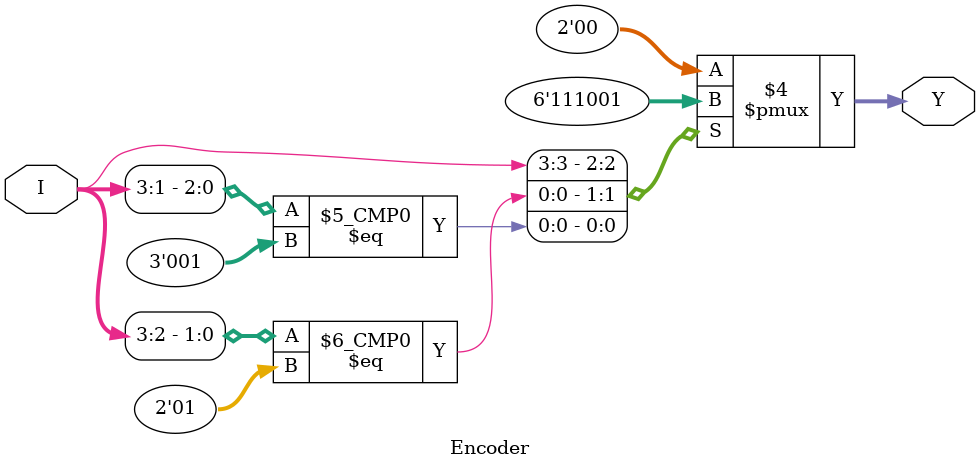
<source format=v>
`timescale 1ns / 1ps


module Encoder(
    input  [3:0] I,
    output reg [1:0] Y
);

    always @(*) begin
        casex (I)
            4'b1xxx: Y = 2'b11; // Ãâ·Â (011)
            4'b01xx: Y = 2'b10;
            4'b001x: Y = 2'b01;
            4'b0001: Y = 2'b00;
            default: Y = 2'b00; // ¾Æ¹« ÀÔ·Âµµ ¾øÀ» ¶§
        endcase
    end
endmodule

</source>
